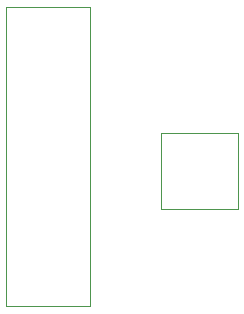
<source format=gbr>
%TF.GenerationSoftware,KiCad,Pcbnew,(5.1.10)-1*%
%TF.CreationDate,2022-09-03T16:46:32+05:30*%
%TF.ProjectId,ENC-nrf-301-02-REV05,454e432d-6e72-4662-9d33-30312d30322d,rev?*%
%TF.SameCoordinates,Original*%
%TF.FileFunction,Other,User*%
%FSLAX46Y46*%
G04 Gerber Fmt 4.6, Leading zero omitted, Abs format (unit mm)*
G04 Created by KiCad (PCBNEW (5.1.10)-1) date 2022-09-03 16:46:32*
%MOMM*%
%LPD*%
G01*
G04 APERTURE LIST*
%ADD10C,0.050000*%
G04 APERTURE END LIST*
D10*
%TO.C,SW_e1*%
X99550000Y-111550000D02*
X92450000Y-111550000D01*
X92450000Y-111550000D02*
X92450000Y-86250000D01*
X92450000Y-86250000D02*
X99550000Y-86250000D01*
X99550000Y-86250000D02*
X99550000Y-111550000D01*
%TO.C,D14*%
X105550000Y-96850000D02*
X112050000Y-96850000D01*
X112050000Y-96850000D02*
X112050000Y-103350000D01*
X112050000Y-103350000D02*
X105550000Y-103350000D01*
X105550000Y-103350000D02*
X105550000Y-96850000D01*
%TD*%
M02*

</source>
